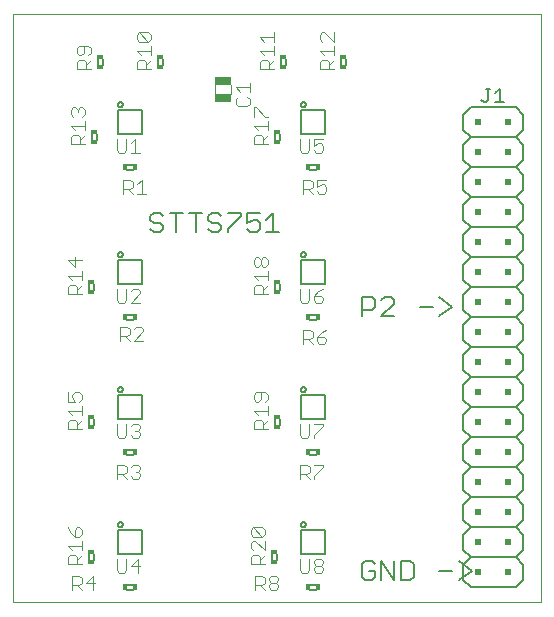
<source format=gto>
G75*
G70*
%OFA0B0*%
%FSLAX24Y24*%
%IPPOS*%
%LPD*%
%AMOC8*
5,1,8,0,0,1.08239X$1,22.5*
%
%ADD10C,0.0000*%
%ADD11C,0.0060*%
%ADD12C,0.0050*%
%ADD13C,0.0040*%
%ADD14R,0.0118X0.0236*%
%ADD15R,0.0236X0.0118*%
%ADD16R,0.0200X0.0200*%
%ADD17R,0.0571X0.0295*%
D10*
X000180Y000600D02*
X000180Y020200D01*
X017780Y020200D01*
X017780Y000600D01*
X000180Y000600D01*
D11*
X002692Y002004D02*
X002692Y002196D01*
X002868Y002196D02*
X002868Y002004D01*
X003984Y001188D02*
X004176Y001188D01*
X004176Y001012D02*
X003984Y001012D01*
X003984Y005512D02*
X004176Y005512D01*
X004176Y005688D02*
X003984Y005688D01*
X002868Y006504D02*
X002868Y006696D01*
X002692Y006696D02*
X002692Y006504D01*
X003984Y010012D02*
X004176Y010012D01*
X004176Y010188D02*
X003984Y010188D01*
X002868Y011004D02*
X002868Y011196D01*
X002692Y011196D02*
X002692Y011004D01*
X004754Y013037D02*
X004861Y012930D01*
X005074Y012930D01*
X005181Y013037D01*
X005181Y013144D01*
X005074Y013250D01*
X004861Y013250D01*
X004754Y013357D01*
X004754Y013464D01*
X004861Y013571D01*
X005074Y013571D01*
X005181Y013464D01*
X005399Y013571D02*
X005826Y013571D01*
X005612Y013571D02*
X005612Y012930D01*
X006257Y012930D02*
X006257Y013571D01*
X006470Y013571D02*
X006043Y013571D01*
X006688Y013464D02*
X006688Y013357D01*
X006794Y013250D01*
X007008Y013250D01*
X007115Y013144D01*
X007115Y013037D01*
X007008Y012930D01*
X006794Y012930D01*
X006688Y013037D01*
X006688Y013464D02*
X006794Y013571D01*
X007008Y013571D01*
X007115Y013464D01*
X007332Y013571D02*
X007759Y013571D01*
X007759Y013464D01*
X007332Y013037D01*
X007332Y012930D01*
X007977Y013037D02*
X008084Y012930D01*
X008297Y012930D01*
X008404Y013037D01*
X008404Y013250D01*
X008297Y013357D01*
X008190Y013357D01*
X007977Y013250D01*
X007977Y013571D01*
X008404Y013571D01*
X008621Y013357D02*
X008835Y013571D01*
X008835Y012930D01*
X009048Y012930D02*
X008621Y012930D01*
X008892Y011196D02*
X008892Y011004D01*
X009068Y011004D02*
X009068Y011196D01*
X010084Y010188D02*
X010276Y010188D01*
X010276Y010012D02*
X010084Y010012D01*
X011810Y010130D02*
X011810Y010771D01*
X012130Y010771D01*
X012237Y010664D01*
X012237Y010450D01*
X012130Y010344D01*
X011810Y010344D01*
X012455Y010130D02*
X012882Y010557D01*
X012882Y010664D01*
X012775Y010771D01*
X012561Y010771D01*
X012455Y010664D01*
X012455Y010130D02*
X012882Y010130D01*
X013744Y010450D02*
X014171Y010450D01*
X014388Y010130D02*
X014815Y010450D01*
X014388Y010771D01*
X015180Y010850D02*
X015180Y010350D01*
X015430Y010100D01*
X016930Y010100D01*
X017180Y009850D01*
X017180Y009350D01*
X016930Y009100D01*
X015430Y009100D01*
X015180Y009350D01*
X015180Y009850D01*
X015430Y010100D01*
X015180Y010850D02*
X015430Y011100D01*
X016930Y011100D01*
X017180Y010850D01*
X017180Y010350D01*
X016930Y010100D01*
X016930Y009100D02*
X017180Y008850D01*
X017180Y008350D01*
X016930Y008100D01*
X015430Y008100D01*
X015180Y008350D01*
X015180Y008850D01*
X015430Y009100D01*
X015430Y008100D02*
X015180Y007850D01*
X015180Y007350D01*
X015430Y007100D01*
X016930Y007100D01*
X017180Y006850D01*
X017180Y006350D01*
X016930Y006100D01*
X015430Y006100D01*
X015180Y006350D01*
X015180Y006850D01*
X015430Y007100D01*
X015430Y006100D02*
X015180Y005850D01*
X015180Y005350D01*
X015430Y005100D01*
X016930Y005100D01*
X017180Y004850D01*
X017180Y004350D01*
X016930Y004100D01*
X015430Y004100D01*
X015180Y004350D01*
X015180Y004850D01*
X015430Y005100D01*
X015430Y004100D02*
X015180Y003850D01*
X015180Y003350D01*
X015430Y003100D01*
X016930Y003100D01*
X017180Y002850D01*
X017180Y002350D01*
X016930Y002100D01*
X015430Y002100D01*
X015180Y002350D01*
X015180Y002850D01*
X015430Y003100D01*
X015430Y002100D02*
X015180Y001850D01*
X015180Y001350D01*
X015430Y001100D01*
X016930Y001100D01*
X017180Y001350D01*
X017180Y001850D01*
X016930Y002100D01*
X016930Y003100D02*
X017180Y003350D01*
X017180Y003850D01*
X016930Y004100D01*
X016930Y005100D02*
X017180Y005350D01*
X017180Y005850D01*
X016930Y006100D01*
X016930Y007100D02*
X017180Y007350D01*
X017180Y007850D01*
X016930Y008100D01*
X016930Y011100D02*
X017180Y011350D01*
X017180Y011850D01*
X016930Y012100D01*
X015430Y012100D01*
X015180Y011850D01*
X015180Y011350D01*
X015430Y011100D01*
X015430Y012100D02*
X015180Y012350D01*
X015180Y012850D01*
X015430Y013100D01*
X016930Y013100D01*
X017180Y012850D01*
X017180Y012350D01*
X016930Y012100D01*
X016930Y013100D02*
X017180Y013350D01*
X017180Y013850D01*
X016930Y014100D01*
X015430Y014100D01*
X015180Y013850D01*
X015180Y013350D01*
X015430Y013100D01*
X015430Y014100D02*
X015180Y014350D01*
X015180Y014850D01*
X015430Y015100D01*
X016930Y015100D01*
X017180Y014850D01*
X017180Y014350D01*
X016930Y014100D01*
X016930Y015100D02*
X017180Y015350D01*
X017180Y015850D01*
X016930Y016100D01*
X015430Y016100D01*
X015180Y015850D01*
X015180Y015350D01*
X015430Y015100D01*
X015430Y016100D02*
X015180Y016350D01*
X015180Y016850D01*
X015430Y017100D01*
X016930Y017100D01*
X017180Y016850D01*
X017180Y016350D01*
X016930Y016100D01*
X011268Y018504D02*
X011268Y018696D01*
X011092Y018696D02*
X011092Y018504D01*
X009268Y018504D02*
X009268Y018696D01*
X009092Y018696D02*
X009092Y018504D01*
X009068Y016196D02*
X009068Y016004D01*
X008892Y016004D02*
X008892Y016196D01*
X010084Y015188D02*
X010276Y015188D01*
X010276Y015012D02*
X010084Y015012D01*
X005168Y018504D02*
X005168Y018696D01*
X004992Y018696D02*
X004992Y018504D01*
X003168Y018504D02*
X003168Y018696D01*
X002992Y018696D02*
X002992Y018504D01*
X002968Y016196D02*
X002968Y016004D01*
X002792Y016004D02*
X002792Y016196D01*
X003984Y015188D02*
X004176Y015188D01*
X004176Y015012D02*
X003984Y015012D01*
X008892Y006696D02*
X008892Y006504D01*
X009068Y006504D02*
X009068Y006696D01*
X010084Y005688D02*
X010276Y005688D01*
X010276Y005512D02*
X010084Y005512D01*
X008968Y002196D02*
X008968Y002004D01*
X008792Y002004D02*
X008792Y002196D01*
X010084Y001188D02*
X010276Y001188D01*
X010276Y001012D02*
X010084Y001012D01*
X011810Y001437D02*
X011917Y001330D01*
X012130Y001330D01*
X012237Y001437D01*
X012237Y001650D01*
X012024Y001650D01*
X012237Y001864D02*
X012130Y001971D01*
X011917Y001971D01*
X011810Y001864D01*
X011810Y001437D01*
X012455Y001330D02*
X012455Y001971D01*
X012882Y001330D01*
X012882Y001971D01*
X013099Y001971D02*
X013419Y001971D01*
X013526Y001864D01*
X013526Y001437D01*
X013419Y001330D01*
X013099Y001330D01*
X013099Y001971D01*
X014388Y001650D02*
X014815Y001650D01*
X015033Y001971D02*
X015460Y001650D01*
X015033Y001330D01*
D12*
X010574Y002206D02*
X009786Y002206D01*
X009786Y002994D01*
X010574Y002994D01*
X010574Y002206D01*
X009761Y003191D02*
X009763Y003209D01*
X009769Y003226D01*
X009778Y003242D01*
X009791Y003255D01*
X009806Y003265D01*
X009823Y003272D01*
X009840Y003275D01*
X009859Y003274D01*
X009876Y003269D01*
X009892Y003261D01*
X009906Y003249D01*
X009917Y003234D01*
X009925Y003218D01*
X009929Y003200D01*
X009929Y003182D01*
X009925Y003164D01*
X009917Y003148D01*
X009906Y003133D01*
X009892Y003121D01*
X009876Y003113D01*
X009859Y003108D01*
X009840Y003107D01*
X009823Y003110D01*
X009806Y003117D01*
X009791Y003127D01*
X009778Y003140D01*
X009769Y003156D01*
X009763Y003173D01*
X009761Y003191D01*
X009786Y006706D02*
X009786Y007494D01*
X010574Y007494D01*
X010574Y006706D01*
X009786Y006706D01*
X009761Y007691D02*
X009763Y007709D01*
X009769Y007726D01*
X009778Y007742D01*
X009791Y007755D01*
X009806Y007765D01*
X009823Y007772D01*
X009840Y007775D01*
X009859Y007774D01*
X009876Y007769D01*
X009892Y007761D01*
X009906Y007749D01*
X009917Y007734D01*
X009925Y007718D01*
X009929Y007700D01*
X009929Y007682D01*
X009925Y007664D01*
X009917Y007648D01*
X009906Y007633D01*
X009892Y007621D01*
X009876Y007613D01*
X009859Y007608D01*
X009840Y007607D01*
X009823Y007610D01*
X009806Y007617D01*
X009791Y007627D01*
X009778Y007640D01*
X009769Y007656D01*
X009763Y007673D01*
X009761Y007691D01*
X009786Y011206D02*
X009786Y011994D01*
X010574Y011994D01*
X010574Y011206D01*
X009786Y011206D01*
X009761Y012191D02*
X009763Y012209D01*
X009769Y012226D01*
X009778Y012242D01*
X009791Y012255D01*
X009806Y012265D01*
X009823Y012272D01*
X009840Y012275D01*
X009859Y012274D01*
X009876Y012269D01*
X009892Y012261D01*
X009906Y012249D01*
X009917Y012234D01*
X009925Y012218D01*
X009929Y012200D01*
X009929Y012182D01*
X009925Y012164D01*
X009917Y012148D01*
X009906Y012133D01*
X009892Y012121D01*
X009876Y012113D01*
X009859Y012108D01*
X009840Y012107D01*
X009823Y012110D01*
X009806Y012117D01*
X009791Y012127D01*
X009778Y012140D01*
X009769Y012156D01*
X009763Y012173D01*
X009761Y012191D01*
X009786Y016206D02*
X009786Y016994D01*
X010574Y016994D01*
X010574Y016206D01*
X009786Y016206D01*
X009761Y017191D02*
X009763Y017209D01*
X009769Y017226D01*
X009778Y017242D01*
X009791Y017255D01*
X009806Y017265D01*
X009823Y017272D01*
X009840Y017275D01*
X009859Y017274D01*
X009876Y017269D01*
X009892Y017261D01*
X009906Y017249D01*
X009917Y017234D01*
X009925Y017218D01*
X009929Y017200D01*
X009929Y017182D01*
X009925Y017164D01*
X009917Y017148D01*
X009906Y017133D01*
X009892Y017121D01*
X009876Y017113D01*
X009859Y017108D01*
X009840Y017107D01*
X009823Y017110D01*
X009806Y017117D01*
X009791Y017127D01*
X009778Y017140D01*
X009769Y017156D01*
X009763Y017173D01*
X009761Y017191D01*
X004474Y016994D02*
X004474Y016206D01*
X003686Y016206D01*
X003686Y016994D01*
X004474Y016994D01*
X003661Y017191D02*
X003663Y017209D01*
X003669Y017226D01*
X003678Y017242D01*
X003691Y017255D01*
X003706Y017265D01*
X003723Y017272D01*
X003740Y017275D01*
X003759Y017274D01*
X003776Y017269D01*
X003792Y017261D01*
X003806Y017249D01*
X003817Y017234D01*
X003825Y017218D01*
X003829Y017200D01*
X003829Y017182D01*
X003825Y017164D01*
X003817Y017148D01*
X003806Y017133D01*
X003792Y017121D01*
X003776Y017113D01*
X003759Y017108D01*
X003740Y017107D01*
X003723Y017110D01*
X003706Y017117D01*
X003691Y017127D01*
X003678Y017140D01*
X003669Y017156D01*
X003663Y017173D01*
X003661Y017191D01*
X003661Y012191D02*
X003663Y012209D01*
X003669Y012226D01*
X003678Y012242D01*
X003691Y012255D01*
X003706Y012265D01*
X003723Y012272D01*
X003740Y012275D01*
X003759Y012274D01*
X003776Y012269D01*
X003792Y012261D01*
X003806Y012249D01*
X003817Y012234D01*
X003825Y012218D01*
X003829Y012200D01*
X003829Y012182D01*
X003825Y012164D01*
X003817Y012148D01*
X003806Y012133D01*
X003792Y012121D01*
X003776Y012113D01*
X003759Y012108D01*
X003740Y012107D01*
X003723Y012110D01*
X003706Y012117D01*
X003691Y012127D01*
X003678Y012140D01*
X003669Y012156D01*
X003663Y012173D01*
X003661Y012191D01*
X003686Y011994D02*
X003686Y011206D01*
X004474Y011206D01*
X004474Y011994D01*
X003686Y011994D01*
X003661Y007691D02*
X003663Y007709D01*
X003669Y007726D01*
X003678Y007742D01*
X003691Y007755D01*
X003706Y007765D01*
X003723Y007772D01*
X003740Y007775D01*
X003759Y007774D01*
X003776Y007769D01*
X003792Y007761D01*
X003806Y007749D01*
X003817Y007734D01*
X003825Y007718D01*
X003829Y007700D01*
X003829Y007682D01*
X003825Y007664D01*
X003817Y007648D01*
X003806Y007633D01*
X003792Y007621D01*
X003776Y007613D01*
X003759Y007608D01*
X003740Y007607D01*
X003723Y007610D01*
X003706Y007617D01*
X003691Y007627D01*
X003678Y007640D01*
X003669Y007656D01*
X003663Y007673D01*
X003661Y007691D01*
X003686Y007494D02*
X003686Y006706D01*
X004474Y006706D01*
X004474Y007494D01*
X003686Y007494D01*
X003661Y003191D02*
X003663Y003209D01*
X003669Y003226D01*
X003678Y003242D01*
X003691Y003255D01*
X003706Y003265D01*
X003723Y003272D01*
X003740Y003275D01*
X003759Y003274D01*
X003776Y003269D01*
X003792Y003261D01*
X003806Y003249D01*
X003817Y003234D01*
X003825Y003218D01*
X003829Y003200D01*
X003829Y003182D01*
X003825Y003164D01*
X003817Y003148D01*
X003806Y003133D01*
X003792Y003121D01*
X003776Y003113D01*
X003759Y003108D01*
X003740Y003107D01*
X003723Y003110D01*
X003706Y003117D01*
X003691Y003127D01*
X003678Y003140D01*
X003669Y003156D01*
X003663Y003173D01*
X003661Y003191D01*
X003686Y002994D02*
X003686Y002206D01*
X004474Y002206D01*
X004474Y002994D01*
X003686Y002994D01*
X015859Y017275D02*
X015934Y017275D01*
X016009Y017350D01*
X016009Y017725D01*
X015934Y017725D02*
X016084Y017725D01*
X016245Y017575D02*
X016395Y017725D01*
X016395Y017275D01*
X016245Y017275D02*
X016545Y017275D01*
X015859Y017275D02*
X015784Y017350D01*
D13*
X010860Y018370D02*
X010400Y018370D01*
X010400Y018600D01*
X010476Y018677D01*
X010630Y018677D01*
X010707Y018600D01*
X010707Y018370D01*
X010707Y018523D02*
X010860Y018677D01*
X010860Y018830D02*
X010860Y019137D01*
X010860Y018984D02*
X010400Y018984D01*
X010553Y018830D01*
X010476Y019291D02*
X010400Y019368D01*
X010400Y019521D01*
X010476Y019598D01*
X010553Y019598D01*
X010860Y019291D01*
X010860Y019598D01*
X008860Y019598D02*
X008860Y019291D01*
X008860Y019444D02*
X008400Y019444D01*
X008553Y019291D01*
X008400Y018984D02*
X008860Y018984D01*
X008860Y019137D02*
X008860Y018830D01*
X008860Y018677D02*
X008707Y018523D01*
X008707Y018600D02*
X008707Y018370D01*
X008860Y018370D02*
X008400Y018370D01*
X008400Y018600D01*
X008476Y018677D01*
X008630Y018677D01*
X008707Y018600D01*
X008553Y018830D02*
X008400Y018984D01*
X008060Y017917D02*
X008060Y017610D01*
X008060Y017763D02*
X007600Y017763D01*
X007753Y017610D01*
X007676Y017456D02*
X007600Y017379D01*
X007600Y017226D01*
X007676Y017149D01*
X007983Y017149D01*
X008060Y017226D01*
X008060Y017379D01*
X007983Y017456D01*
X008200Y017098D02*
X008276Y017098D01*
X008583Y016791D01*
X008660Y016791D01*
X008660Y016637D02*
X008660Y016330D01*
X008660Y016177D02*
X008507Y016023D01*
X008507Y016100D02*
X008430Y016177D01*
X008276Y016177D01*
X008200Y016100D01*
X008200Y015870D01*
X008660Y015870D01*
X008507Y015870D02*
X008507Y016100D01*
X008353Y016330D02*
X008200Y016484D01*
X008660Y016484D01*
X008200Y016791D02*
X008200Y017098D01*
X007440Y017550D02*
X007440Y017850D01*
X006920Y017840D02*
X006920Y017550D01*
X004760Y018370D02*
X004300Y018370D01*
X004300Y018600D01*
X004376Y018677D01*
X004530Y018677D01*
X004607Y018600D01*
X004607Y018370D01*
X004607Y018523D02*
X004760Y018677D01*
X004760Y018830D02*
X004760Y019137D01*
X004760Y018984D02*
X004300Y018984D01*
X004453Y018830D01*
X004376Y019291D02*
X004300Y019368D01*
X004300Y019521D01*
X004376Y019598D01*
X004683Y019291D01*
X004760Y019368D01*
X004760Y019521D01*
X004683Y019598D01*
X004376Y019598D01*
X004376Y019291D02*
X004683Y019291D01*
X002760Y019061D02*
X002760Y018907D01*
X002683Y018830D01*
X002760Y018677D02*
X002607Y018523D01*
X002607Y018600D02*
X002607Y018370D01*
X002760Y018370D02*
X002300Y018370D01*
X002300Y018600D01*
X002376Y018677D01*
X002530Y018677D01*
X002607Y018600D01*
X002453Y018830D02*
X002530Y018907D01*
X002530Y019137D01*
X002683Y019137D02*
X002376Y019137D01*
X002300Y019061D01*
X002300Y018907D01*
X002376Y018830D01*
X002453Y018830D01*
X002683Y019137D02*
X002760Y019061D01*
X002483Y017098D02*
X002560Y017021D01*
X002560Y016868D01*
X002483Y016791D01*
X002560Y016637D02*
X002560Y016330D01*
X002560Y016177D02*
X002407Y016023D01*
X002407Y016100D02*
X002330Y016177D01*
X002176Y016177D01*
X002100Y016100D01*
X002100Y015870D01*
X002560Y015870D01*
X002407Y015870D02*
X002407Y016100D01*
X002253Y016330D02*
X002100Y016484D01*
X002560Y016484D01*
X002176Y016791D02*
X002100Y016868D01*
X002100Y017021D01*
X002176Y017098D01*
X002253Y017098D01*
X002330Y017021D01*
X002407Y017098D01*
X002483Y017098D01*
X002330Y017021D02*
X002330Y016944D01*
X003640Y016049D02*
X003640Y015665D01*
X003716Y015589D01*
X003870Y015589D01*
X003947Y015665D01*
X003947Y016049D01*
X004100Y015895D02*
X004253Y016049D01*
X004253Y015589D01*
X004100Y015589D02*
X004407Y015589D01*
X004464Y014680D02*
X004464Y014220D01*
X004617Y014220D02*
X004310Y014220D01*
X004157Y014220D02*
X004003Y014373D01*
X004080Y014373D02*
X003850Y014373D01*
X003850Y014220D02*
X003850Y014680D01*
X004080Y014680D01*
X004157Y014604D01*
X004157Y014450D01*
X004080Y014373D01*
X004310Y014527D02*
X004464Y014680D01*
X002230Y012098D02*
X002230Y011791D01*
X002000Y012021D01*
X002460Y012021D01*
X002460Y011637D02*
X002460Y011330D01*
X002460Y011177D02*
X002307Y011023D01*
X002307Y011100D02*
X002307Y010870D01*
X002460Y010870D02*
X002000Y010870D01*
X002000Y011100D01*
X002076Y011177D01*
X002230Y011177D01*
X002307Y011100D01*
X002153Y011330D02*
X002000Y011484D01*
X002460Y011484D01*
X003640Y011049D02*
X003640Y010665D01*
X003716Y010589D01*
X003870Y010589D01*
X003947Y010665D01*
X003947Y011049D01*
X004100Y010972D02*
X004177Y011049D01*
X004330Y011049D01*
X004407Y010972D01*
X004407Y010895D01*
X004100Y010589D01*
X004407Y010589D01*
X004441Y009780D02*
X004287Y009780D01*
X004210Y009704D01*
X004057Y009704D02*
X004057Y009550D01*
X003980Y009473D01*
X003750Y009473D01*
X003750Y009320D02*
X003750Y009780D01*
X003980Y009780D01*
X004057Y009704D01*
X003903Y009473D02*
X004057Y009320D01*
X004210Y009320D02*
X004517Y009627D01*
X004517Y009704D01*
X004441Y009780D01*
X004517Y009320D02*
X004210Y009320D01*
X002460Y007521D02*
X002460Y007368D01*
X002383Y007291D01*
X002230Y007291D02*
X002153Y007444D01*
X002153Y007521D01*
X002230Y007598D01*
X002383Y007598D01*
X002460Y007521D01*
X002230Y007291D02*
X002000Y007291D01*
X002000Y007598D01*
X002460Y007137D02*
X002460Y006830D01*
X002460Y006677D02*
X002307Y006523D01*
X002307Y006600D02*
X002307Y006370D01*
X002460Y006370D02*
X002000Y006370D01*
X002000Y006600D01*
X002076Y006677D01*
X002230Y006677D01*
X002307Y006600D01*
X002153Y006830D02*
X002000Y006984D01*
X002460Y006984D01*
X003640Y006549D02*
X003640Y006165D01*
X003716Y006089D01*
X003870Y006089D01*
X003947Y006165D01*
X003947Y006549D01*
X004100Y006472D02*
X004177Y006549D01*
X004330Y006549D01*
X004407Y006472D01*
X004407Y006395D01*
X004330Y006319D01*
X004407Y006242D01*
X004407Y006165D01*
X004330Y006089D01*
X004177Y006089D01*
X004100Y006165D01*
X004253Y006319D02*
X004330Y006319D01*
X004341Y005180D02*
X004187Y005180D01*
X004110Y005104D01*
X003957Y005104D02*
X003957Y004950D01*
X003880Y004873D01*
X003650Y004873D01*
X003650Y004720D02*
X003650Y005180D01*
X003880Y005180D01*
X003957Y005104D01*
X004264Y004950D02*
X004341Y004950D01*
X004417Y004873D01*
X004417Y004797D01*
X004341Y004720D01*
X004187Y004720D01*
X004110Y004797D01*
X003957Y004720D02*
X003803Y004873D01*
X004341Y004950D02*
X004417Y005027D01*
X004417Y005104D01*
X004341Y005180D01*
X002383Y003098D02*
X002460Y003021D01*
X002460Y002868D01*
X002383Y002791D01*
X002230Y002791D01*
X002230Y003021D01*
X002307Y003098D01*
X002383Y003098D01*
X002076Y002944D02*
X002230Y002791D01*
X002076Y002944D02*
X002000Y003098D01*
X002000Y002484D02*
X002460Y002484D01*
X002460Y002637D02*
X002460Y002330D01*
X002460Y002177D02*
X002307Y002023D01*
X002307Y002100D02*
X002307Y001870D01*
X002460Y001870D02*
X002000Y001870D01*
X002000Y002100D01*
X002076Y002177D01*
X002230Y002177D01*
X002307Y002100D01*
X002153Y002330D02*
X002000Y002484D01*
X002150Y001480D02*
X002380Y001480D01*
X002457Y001404D01*
X002457Y001250D01*
X002380Y001173D01*
X002150Y001173D01*
X002150Y001020D02*
X002150Y001480D01*
X002303Y001173D02*
X002457Y001020D01*
X002610Y001250D02*
X002917Y001250D01*
X002841Y001020D02*
X002841Y001480D01*
X002610Y001250D01*
X003640Y001665D02*
X003716Y001589D01*
X003870Y001589D01*
X003947Y001665D01*
X003947Y002049D01*
X003640Y002049D02*
X003640Y001665D01*
X004100Y001819D02*
X004407Y001819D01*
X004330Y001589D02*
X004330Y002049D01*
X004100Y001819D01*
X008100Y001870D02*
X008100Y002100D01*
X008176Y002177D01*
X008330Y002177D01*
X008407Y002100D01*
X008407Y001870D01*
X008560Y001870D02*
X008100Y001870D01*
X008407Y002023D02*
X008560Y002177D01*
X008560Y002330D02*
X008253Y002637D01*
X008176Y002637D01*
X008100Y002561D01*
X008100Y002407D01*
X008176Y002330D01*
X008560Y002330D02*
X008560Y002637D01*
X008483Y002791D02*
X008176Y003098D01*
X008483Y003098D01*
X008560Y003021D01*
X008560Y002868D01*
X008483Y002791D01*
X008176Y002791D01*
X008100Y002868D01*
X008100Y003021D01*
X008176Y003098D01*
X008250Y001480D02*
X008480Y001480D01*
X008557Y001404D01*
X008557Y001250D01*
X008480Y001173D01*
X008250Y001173D01*
X008250Y001020D02*
X008250Y001480D01*
X008403Y001173D02*
X008557Y001020D01*
X008710Y001097D02*
X008710Y001173D01*
X008787Y001250D01*
X008941Y001250D01*
X009017Y001173D01*
X009017Y001097D01*
X008941Y001020D01*
X008787Y001020D01*
X008710Y001097D01*
X008787Y001250D02*
X008710Y001327D01*
X008710Y001404D01*
X008787Y001480D01*
X008941Y001480D01*
X009017Y001404D01*
X009017Y001327D01*
X008941Y001250D01*
X009740Y001665D02*
X009816Y001589D01*
X009970Y001589D01*
X010047Y001665D01*
X010047Y002049D01*
X010200Y001972D02*
X010200Y001895D01*
X010277Y001819D01*
X010430Y001819D01*
X010507Y001742D01*
X010507Y001665D01*
X010430Y001589D01*
X010277Y001589D01*
X010200Y001665D01*
X010200Y001742D01*
X010277Y001819D01*
X010430Y001819D02*
X010507Y001895D01*
X010507Y001972D01*
X010430Y002049D01*
X010277Y002049D01*
X010200Y001972D01*
X009740Y002049D02*
X009740Y001665D01*
X009750Y004720D02*
X009750Y005180D01*
X009980Y005180D01*
X010057Y005104D01*
X010057Y004950D01*
X009980Y004873D01*
X009750Y004873D01*
X009903Y004873D02*
X010057Y004720D01*
X010210Y004720D02*
X010210Y004797D01*
X010517Y005104D01*
X010517Y005180D01*
X010210Y005180D01*
X010200Y006089D02*
X010200Y006165D01*
X010507Y006472D01*
X010507Y006549D01*
X010200Y006549D01*
X010047Y006549D02*
X010047Y006165D01*
X009970Y006089D01*
X009816Y006089D01*
X009740Y006165D01*
X009740Y006549D01*
X008660Y006677D02*
X008507Y006523D01*
X008507Y006600D02*
X008507Y006370D01*
X008660Y006370D02*
X008200Y006370D01*
X008200Y006600D01*
X008276Y006677D01*
X008430Y006677D01*
X008507Y006600D01*
X008660Y006830D02*
X008660Y007137D01*
X008660Y006984D02*
X008200Y006984D01*
X008353Y006830D01*
X008353Y007291D02*
X008430Y007368D01*
X008430Y007598D01*
X008583Y007598D02*
X008276Y007598D01*
X008200Y007521D01*
X008200Y007368D01*
X008276Y007291D01*
X008353Y007291D01*
X008583Y007291D02*
X008660Y007368D01*
X008660Y007521D01*
X008583Y007598D01*
X009850Y009220D02*
X009850Y009680D01*
X010080Y009680D01*
X010157Y009604D01*
X010157Y009450D01*
X010080Y009373D01*
X009850Y009373D01*
X010003Y009373D02*
X010157Y009220D01*
X010310Y009297D02*
X010310Y009450D01*
X010541Y009450D01*
X010617Y009373D01*
X010617Y009297D01*
X010541Y009220D01*
X010387Y009220D01*
X010310Y009297D01*
X010310Y009450D02*
X010464Y009604D01*
X010617Y009680D01*
X010430Y010589D02*
X010277Y010589D01*
X010200Y010665D01*
X010200Y010819D01*
X010430Y010819D01*
X010507Y010742D01*
X010507Y010665D01*
X010430Y010589D01*
X010200Y010819D02*
X010353Y010972D01*
X010507Y011049D01*
X010047Y011049D02*
X010047Y010665D01*
X009970Y010589D01*
X009816Y010589D01*
X009740Y010665D01*
X009740Y011049D01*
X008660Y011177D02*
X008507Y011023D01*
X008507Y011100D02*
X008507Y010870D01*
X008660Y010870D02*
X008200Y010870D01*
X008200Y011100D01*
X008276Y011177D01*
X008430Y011177D01*
X008507Y011100D01*
X008660Y011330D02*
X008660Y011637D01*
X008660Y011484D02*
X008200Y011484D01*
X008353Y011330D01*
X008353Y011791D02*
X008276Y011791D01*
X008200Y011868D01*
X008200Y012021D01*
X008276Y012098D01*
X008353Y012098D01*
X008430Y012021D01*
X008430Y011868D01*
X008353Y011791D01*
X008430Y011868D02*
X008507Y011791D01*
X008583Y011791D01*
X008660Y011868D01*
X008660Y012021D01*
X008583Y012098D01*
X008507Y012098D01*
X008430Y012021D01*
X009850Y014220D02*
X009850Y014680D01*
X010080Y014680D01*
X010157Y014604D01*
X010157Y014450D01*
X010080Y014373D01*
X009850Y014373D01*
X010003Y014373D02*
X010157Y014220D01*
X010310Y014297D02*
X010387Y014220D01*
X010541Y014220D01*
X010617Y014297D01*
X010617Y014450D01*
X010541Y014527D01*
X010464Y014527D01*
X010310Y014450D01*
X010310Y014680D01*
X010617Y014680D01*
X010430Y015589D02*
X010277Y015589D01*
X010200Y015665D01*
X010047Y015665D02*
X010047Y016049D01*
X010200Y016049D02*
X010200Y015819D01*
X010353Y015895D01*
X010430Y015895D01*
X010507Y015819D01*
X010507Y015665D01*
X010430Y015589D01*
X010507Y016049D02*
X010200Y016049D01*
X010047Y015665D02*
X009970Y015589D01*
X009816Y015589D01*
X009740Y015665D01*
X009740Y016049D01*
D14*
X010021Y015098D03*
X010341Y015098D03*
X010341Y010098D03*
X010021Y010098D03*
X010021Y005598D03*
X010341Y005598D03*
X010341Y001098D03*
X010021Y001098D03*
X004241Y001098D03*
X003921Y001098D03*
X003921Y005598D03*
X004241Y005598D03*
X004241Y010098D03*
X003921Y010098D03*
X003921Y015098D03*
X004241Y015098D03*
D15*
X002882Y015941D03*
X002882Y016261D03*
X003082Y018441D03*
X003082Y018761D03*
X005082Y018761D03*
X005082Y018441D03*
X008982Y016261D03*
X008982Y015941D03*
X009182Y018441D03*
X009182Y018761D03*
X011182Y018761D03*
X011182Y018441D03*
X008982Y011261D03*
X008982Y010941D03*
X008982Y006761D03*
X008982Y006441D03*
X008882Y002261D03*
X008882Y001941D03*
X002782Y001941D03*
X002782Y002261D03*
X002782Y006441D03*
X002782Y006761D03*
X002782Y010941D03*
X002782Y011261D03*
D16*
X015680Y011600D03*
X015680Y010600D03*
X015680Y009600D03*
X015680Y008600D03*
X015680Y007600D03*
X015680Y006600D03*
X015680Y005600D03*
X015680Y004600D03*
X015680Y003600D03*
X015680Y002600D03*
X015680Y001600D03*
X016680Y001600D03*
X016680Y002600D03*
X016680Y003600D03*
X016680Y004600D03*
X016680Y005600D03*
X016680Y006600D03*
X016680Y007600D03*
X016680Y008600D03*
X016680Y009600D03*
X016680Y010600D03*
X016680Y011600D03*
X016680Y012600D03*
X016680Y013600D03*
X016680Y014600D03*
X016680Y015600D03*
X016680Y016600D03*
X015680Y016600D03*
X015680Y015600D03*
X015680Y014600D03*
X015680Y013600D03*
X015680Y012600D03*
D17*
X007180Y017412D03*
X007180Y017982D03*
M02*

</source>
